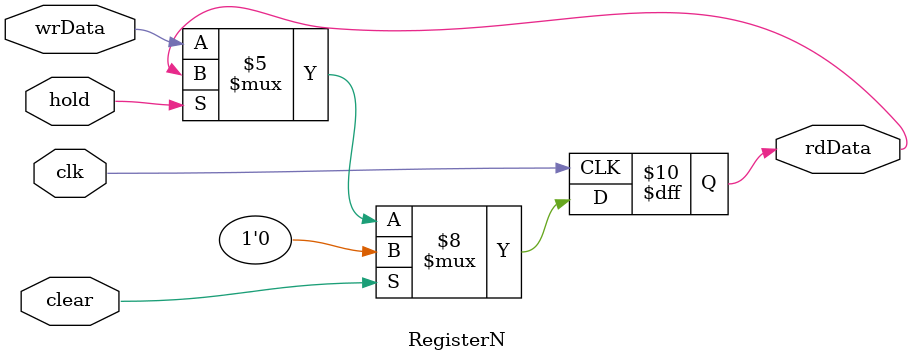
<source format=v>
`timescale 1ns / 1ps


module RegisterFile(
    input clk,
    input [4:0] rdReg1, rdReg2, wrReg,
    input [31:0] wrData,
    input write,
    output [31:0] rdData1, rdData2
    );
    
    reg [31:0] register [0:31];
    
    integer i;
    initial
        for(i=0;i<32;i=i+1) register[i] = 32'b00000000000000000000000000000000;
    
	always @(posedge clk) begin
		if (write) register[wrReg] = wrData;
	end
    
    assign rdData1 = register[rdReg1];
    assign rdData2 = register[rdReg2];
    
endmodule

module RegisterN(clk, hold, clear, wrData, rdData);
    
    parameter N = 1;
    
    input clk;
    input hold, clear;    
    input [N-1:0] wrData;
    output reg [N-1:0] rdData;
    
    initial begin
        rdData = {N{1'b0}};
    end
    
    always @(posedge clk) begin
		if (clear)
		    rdData <= {N{1'b0}};
		else if (hold)
			rdData <= rdData;
		else
			rdData <= wrData;
	end
    
endmodule
</source>
